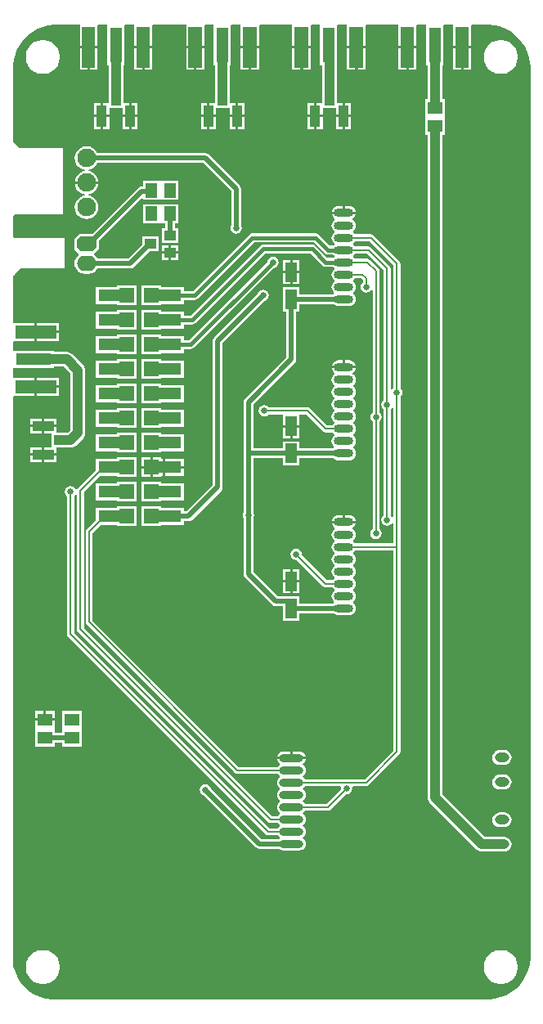
<source format=gbl>
G04*
G04 #@! TF.GenerationSoftware,Altium Limited,Altium Designer,20.1.7 (139)*
G04*
G04 Layer_Physical_Order=2*
G04 Layer_Color=16711680*
%FSLAX25Y25*%
%MOIN*%
G70*
G04*
G04 #@! TF.SameCoordinates,B477E5EB-4298-4D0D-9682-CB7A6047EE2C*
G04*
G04*
G04 #@! TF.FilePolarity,Positive*
G04*
G01*
G75*
%ADD10C,0.00787*%
%ADD24R,0.16535X0.05315*%
%ADD25R,0.05000X0.14173*%
%ADD26R,0.05315X0.16535*%
%ADD27R,0.03937X0.04134*%
%ADD28R,0.04134X0.08661*%
%ADD29R,0.14173X0.05000*%
%ADD30C,0.01968*%
%ADD31C,0.01500*%
%ADD32C,0.03937*%
%ADD33C,0.07600*%
G04:AMPARAMS|DCode=34|XSize=78.74mil|YSize=62.99mil|CornerRadius=0mil|HoleSize=0mil|Usage=FLASHONLY|Rotation=0.000|XOffset=0mil|YOffset=0mil|HoleType=Round|Shape=Octagon|*
%AMOCTAGOND34*
4,1,8,0.03937,-0.01575,0.03937,0.01575,0.02362,0.03150,-0.02362,0.03150,-0.03937,0.01575,-0.03937,-0.01575,-0.02362,-0.03150,0.02362,-0.03150,0.03937,-0.01575,0.0*
%
%ADD34OCTAGOND34*%

%ADD35O,0.07874X0.06299*%
%ADD36R,0.05906X0.05906*%
%ADD37C,0.02500*%
%ADD38R,0.04134X0.03937*%
%ADD39R,0.08661X0.04134*%
%ADD40R,0.05906X0.05118*%
%ADD41R,0.04500X0.04000*%
%ADD42R,0.05118X0.05906*%
%ADD43R,0.14488X0.05000*%
%ADD44R,0.04720X0.07870*%
%ADD45O,0.05843X0.03937*%
%ADD46O,0.09843X0.03150*%
%ADD47O,0.07874X0.03543*%
G36*
X681729Y537002D02*
X682221Y536980D01*
X682221Y536502D01*
Y528213D01*
X685878D01*
X689535D01*
Y536502D01*
X690027Y537002D01*
X693295D01*
X693500Y536587D01*
X693500Y536502D01*
Y520413D01*
X694006D01*
Y506000D01*
X694031Y505805D01*
Y505031D01*
X691686D01*
Y500200D01*
X694253D01*
Y502933D01*
X699733D01*
Y500200D01*
X702300D01*
Y505031D01*
X699968D01*
Y505805D01*
X699994Y506000D01*
Y520413D01*
X700500D01*
Y536502D01*
X700705Y537002D01*
X703973Y537002D01*
X704465Y536980D01*
X704465Y536502D01*
Y528213D01*
X708122D01*
X708122D01*
X711779D01*
Y536502D01*
X712271Y537002D01*
X725063Y537002D01*
X725554Y536980D01*
X725554Y536502D01*
Y528213D01*
X729211D01*
Y527713D01*
X729378D01*
Y528213D01*
X733035D01*
Y536502D01*
X733527Y537002D01*
X736628D01*
X736833Y536587D01*
X736833Y536502D01*
Y520413D01*
X737506D01*
Y506000D01*
X737532Y505805D01*
Y505031D01*
X735186D01*
Y500200D01*
X737753D01*
Y502933D01*
X743233D01*
Y500200D01*
X745800D01*
Y505031D01*
X743469D01*
Y505805D01*
X743494Y506000D01*
Y520413D01*
X743833D01*
Y536502D01*
X744038Y537002D01*
X747307D01*
X747798Y536980D01*
X747798Y536502D01*
Y528213D01*
X751455D01*
Y527713D01*
X751622D01*
X751622D01*
Y528213D01*
X755279D01*
Y536502D01*
X755771Y537002D01*
X768396Y537002D01*
X768887Y536980D01*
X768887Y536502D01*
Y528213D01*
X772545D01*
Y527713D01*
X772878D01*
Y528213D01*
X776535D01*
Y536502D01*
X777027Y537002D01*
X779961D01*
X780167Y536587D01*
X780167Y536502D01*
Y520413D01*
X781006D01*
Y506000D01*
X781032Y505805D01*
Y505031D01*
X778686D01*
Y500200D01*
X781253D01*
Y502933D01*
X786733D01*
Y500200D01*
X789300D01*
Y505031D01*
X786969D01*
Y505805D01*
X786994Y506000D01*
Y520413D01*
X787167D01*
Y536502D01*
X787372Y537002D01*
X790640D01*
X791131Y536980D01*
X791131Y536502D01*
Y528213D01*
X794789D01*
Y527713D01*
X795122D01*
X795122D01*
Y528213D01*
X798779D01*
Y536502D01*
X799271Y537002D01*
X811729Y537002D01*
X812220Y536980D01*
X812220Y536502D01*
Y528213D01*
X815878D01*
X819535D01*
Y536502D01*
X820027Y537002D01*
X823295D01*
X823500Y536587D01*
X823500Y536502D01*
Y520413D01*
X824006D01*
Y506559D01*
X823047D01*
Y499579D01*
X823047Y499441D01*
Y499079D01*
X823047Y498941D01*
Y491961D01*
X824006D01*
Y222000D01*
X824108Y221225D01*
X824407Y220503D01*
X824883Y219883D01*
X844099Y200666D01*
X844720Y200190D01*
X845442Y199891D01*
X846216Y199789D01*
X855280D01*
X856054Y199891D01*
X856777Y200190D01*
X857397Y200666D01*
X857872Y201286D01*
X858172Y202009D01*
X858274Y202783D01*
X858172Y203558D01*
X857872Y204280D01*
X857397Y204901D01*
X856777Y205376D01*
X856054Y205676D01*
X855280Y205778D01*
X847457D01*
X829994Y223240D01*
Y491961D01*
X830953D01*
Y498941D01*
X830953Y499079D01*
Y499441D01*
X830953Y499579D01*
Y506559D01*
X829994D01*
Y520413D01*
X830500D01*
Y536502D01*
X830705Y537002D01*
X833973D01*
X834465Y536980D01*
X834465Y536502D01*
Y528213D01*
X838122D01*
X838122D01*
X841780D01*
Y536502D01*
X842271Y537002D01*
X847500Y537002D01*
X848001Y537002D01*
X848002Y537002D01*
X848003Y537002D01*
X848005Y537002D01*
X848501Y537001D01*
X849130Y537001D01*
X851362Y536720D01*
X853543Y536164D01*
X855637Y535340D01*
X857612Y534262D01*
X859437Y532947D01*
X861085Y531414D01*
X862529Y529688D01*
X863746Y527796D01*
X864719Y525767D01*
X865431Y523633D01*
X865873Y521426D01*
X865954Y520304D01*
X865954D01*
X865966Y520267D01*
X865984Y520192D01*
X865996Y520116D01*
X866002Y520039D01*
Y520000D01*
X866002Y158042D01*
X866002Y157542D01*
X866001Y157087D01*
X866000Y156344D01*
X865690Y154007D01*
X865078Y151730D01*
X864174Y149552D01*
X862994Y147511D01*
X861558Y145642D01*
X859890Y143975D01*
X858020Y142541D01*
X855978Y141362D01*
X853800Y140460D01*
X851523Y139850D01*
X849185Y139541D01*
X848007Y139541D01*
X848004Y139541D01*
X671873D01*
X671795Y139547D01*
X671718Y139559D01*
X671642Y139577D01*
X671605Y139589D01*
X670671Y139606D01*
X668818Y139845D01*
X667003Y140287D01*
X665247Y140927D01*
X663573Y141756D01*
X661999Y142764D01*
X660547Y143939D01*
X659233Y145267D01*
X658073Y146732D01*
X657081Y148316D01*
X656270Y149999D01*
X655649Y151761D01*
X655438Y152671D01*
X655438Y152671D01*
X655438Y152671D01*
X655112Y153037D01*
X655058Y153139D01*
X654998Y153377D01*
Y153500D01*
X654998Y385229D01*
X655499Y385720D01*
X663787D01*
Y389378D01*
Y393035D01*
X655499D01*
X655020Y393035D01*
X654998Y393527D01*
Y396795D01*
X655499Y397000D01*
X671587D01*
Y397506D01*
X675760D01*
X678506Y394760D01*
Y371740D01*
X677253Y370487D01*
X673650D01*
X673455Y370461D01*
X672681D01*
Y372807D01*
X667850D01*
Y370240D01*
X670583D01*
Y364760D01*
X667850D01*
Y362193D01*
X672681D01*
Y364524D01*
X673455D01*
X673650Y364499D01*
X678493D01*
X679268Y364601D01*
X679990Y364900D01*
X680610Y365376D01*
X683617Y368383D01*
X684093Y369003D01*
X684392Y369725D01*
X684494Y370500D01*
Y396000D01*
X684392Y396775D01*
X684217Y397198D01*
X684093Y397497D01*
X683617Y398117D01*
X679117Y402617D01*
X678497Y403093D01*
X677775Y403392D01*
X677000Y403494D01*
X676750Y403461D01*
X676500Y403494D01*
X671587D01*
Y404000D01*
X655499D01*
X655413Y404000D01*
X654998Y404205D01*
X654998Y407473D01*
X655499Y407965D01*
X663787D01*
Y411622D01*
Y415279D01*
X655499D01*
X655020Y415279D01*
X654998Y415771D01*
Y433628D01*
X654998Y433795D01*
X655054Y434215D01*
X655069Y434265D01*
X655113Y434370D01*
X655218Y434569D01*
X655348Y434763D01*
X655289Y434704D01*
X655262Y434653D01*
X655283Y434693D01*
X655289Y434704D01*
X655627Y435043D01*
X657862Y437278D01*
X658026Y437388D01*
X658208Y437463D01*
X658401Y437501D01*
X675998D01*
Y449999D01*
X655801D01*
X655433Y450151D01*
X655151Y450433D01*
X654998Y450801D01*
Y458699D01*
X655151Y459067D01*
X655433Y459349D01*
X655801Y459502D01*
X675498D01*
Y486498D01*
X657901D01*
X657708Y486537D01*
X657526Y486613D01*
X657362Y486722D01*
X655222Y488862D01*
X655113Y489026D01*
X655037Y489208D01*
X654998Y489401D01*
Y519000D01*
Y520179D01*
X655306Y522517D01*
X655916Y524795D01*
X656818Y526973D01*
X657996Y529016D01*
X659431Y530888D01*
X661097Y532556D01*
X662967Y533993D01*
X665008Y535173D01*
X667186Y536077D01*
X669463Y536690D01*
X671800Y537000D01*
X672979Y537002D01*
X672982Y537002D01*
X672987Y537002D01*
X672992Y537002D01*
X672997Y537002D01*
X673000D01*
X681729Y537002D01*
D02*
G37*
%LPC*%
G36*
X841780Y527213D02*
X838622D01*
Y518445D01*
X841780D01*
Y527213D01*
D02*
G37*
G36*
X837622D02*
X834465D01*
Y518445D01*
X837622D01*
Y527213D01*
D02*
G37*
G36*
X819535D02*
X816378D01*
Y518445D01*
X819535D01*
Y527213D01*
D02*
G37*
G36*
X815378D02*
X812220D01*
Y518445D01*
X815378D01*
Y527213D01*
D02*
G37*
G36*
X798779D02*
X795622D01*
Y518445D01*
X798779D01*
Y527213D01*
D02*
G37*
G36*
X794289D02*
X791131D01*
Y518445D01*
X794289D01*
Y527213D01*
D02*
G37*
G36*
X776535D02*
X773378D01*
Y518445D01*
X776535D01*
Y527213D01*
D02*
G37*
G36*
X772045D02*
X768887D01*
Y518445D01*
X772045D01*
Y527213D01*
D02*
G37*
G36*
X755279D02*
X752122D01*
Y518445D01*
X755279D01*
Y527213D01*
D02*
G37*
G36*
X750955D02*
X747798D01*
Y518445D01*
X750955D01*
Y527213D01*
D02*
G37*
G36*
X733035D02*
X729878D01*
Y518445D01*
X733035D01*
Y527213D01*
D02*
G37*
G36*
X728711D02*
X725554D01*
Y518445D01*
X728711D01*
Y527213D01*
D02*
G37*
G36*
X711779D02*
X708622D01*
Y518445D01*
X711779D01*
Y527213D01*
D02*
G37*
G36*
X707622D02*
X704465D01*
Y518445D01*
X707622D01*
Y527213D01*
D02*
G37*
G36*
X689535D02*
X686378D01*
Y518445D01*
X689535D01*
Y527213D01*
D02*
G37*
G36*
X685378D02*
X682221D01*
Y518445D01*
X685378D01*
Y527213D01*
D02*
G37*
G36*
X667734Y530633D02*
X666571D01*
X666472Y530614D01*
X666371D01*
X665231Y530386D01*
X665138Y530348D01*
X665039Y530329D01*
X663965Y529883D01*
X663881Y529828D01*
X663788Y529789D01*
X662821Y529143D01*
X662750Y529072D01*
X662667Y529016D01*
X661844Y528194D01*
X661788Y528110D01*
X661717Y528039D01*
X661071Y527072D01*
X661032Y526979D01*
X660977Y526896D01*
X660532Y525821D01*
X660512Y525722D01*
X660473Y525630D01*
X660247Y524488D01*
Y524388D01*
X660227Y524290D01*
Y523126D01*
X660247Y523028D01*
Y522927D01*
X660473Y521786D01*
X660512Y521694D01*
X660532Y521595D01*
X660977Y520520D01*
X661032Y520437D01*
X661071Y520344D01*
X661717Y519377D01*
X661788Y519306D01*
X661844Y519222D01*
X662667Y518400D01*
X662750Y518344D01*
X662821Y518273D01*
X663788Y517627D01*
X663881Y517588D01*
X663965Y517533D01*
X665039Y517087D01*
X665138Y517068D01*
X665231Y517029D01*
X666372Y516803D01*
X666472D01*
X666571Y516783D01*
X667734D01*
X667832Y516803D01*
X667933D01*
X669074Y517029D01*
X669166Y517068D01*
X669265Y517087D01*
X670340Y517533D01*
X670423Y517588D01*
X670516Y517627D01*
X671483Y518273D01*
X671554Y518344D01*
X671638Y518400D01*
X672460Y519222D01*
X672516Y519306D01*
X672587Y519377D01*
X673233Y520344D01*
X673272Y520437D01*
X673327Y520520D01*
X673773Y521595D01*
X673792Y521694D01*
X673831Y521786D01*
X674058Y522927D01*
Y523028D01*
X674077Y523126D01*
Y524290D01*
X674058Y524388D01*
Y524488D01*
X673831Y525630D01*
X673792Y525722D01*
X673773Y525821D01*
X673327Y526896D01*
X673272Y526979D01*
X673233Y527072D01*
X672587Y528039D01*
X672516Y528110D01*
X672460Y528194D01*
X671638Y529016D01*
X671554Y529072D01*
X671483Y529143D01*
X670516Y529789D01*
X670423Y529828D01*
X670340Y529883D01*
X669265Y530329D01*
X669166Y530348D01*
X669074Y530386D01*
X667933Y530614D01*
X667832D01*
X667734Y530633D01*
D02*
G37*
G36*
X854430Y530633D02*
X853266D01*
X853168Y530614D01*
X853067D01*
X851926Y530386D01*
X851834Y530348D01*
X851735Y530329D01*
X850660Y529883D01*
X850577Y529827D01*
X850484Y529789D01*
X849517Y529143D01*
X849446Y529072D01*
X849362Y529016D01*
X848540Y528194D01*
X848484Y528110D01*
X848413Y528039D01*
X847767Y527072D01*
X847728Y526979D01*
X847672Y526895D01*
X847227Y525821D01*
X847208Y525722D01*
X847169Y525629D01*
X846942Y524488D01*
Y524388D01*
X846923Y524290D01*
Y523126D01*
X846942Y523028D01*
Y522927D01*
X847169Y521786D01*
X847208Y521694D01*
X847227Y521595D01*
X847672Y520520D01*
X847728Y520437D01*
X847767Y520344D01*
X848413Y519377D01*
X848484Y519306D01*
X848540Y519222D01*
X849362Y518400D01*
X849446Y518344D01*
X849517Y518273D01*
X850484Y517627D01*
X850577Y517588D01*
X850660Y517533D01*
X851735Y517087D01*
X851834Y517068D01*
X851926Y517029D01*
X853067Y516803D01*
X853168D01*
X853266Y516783D01*
X854430D01*
X854528Y516803D01*
X854628D01*
X855769Y517029D01*
X855862Y517068D01*
X855961Y517087D01*
X857035Y517533D01*
X857119Y517588D01*
X857212Y517627D01*
X858179Y518273D01*
X858250Y518344D01*
X858333Y518400D01*
X859156Y519222D01*
X859212Y519306D01*
X859283Y519377D01*
X859929Y520344D01*
X859968Y520437D01*
X860023Y520520D01*
X860468Y521595D01*
X860488Y521694D01*
X860526Y521786D01*
X860753Y522927D01*
Y523028D01*
X860773Y523126D01*
Y524290D01*
X860753Y524388D01*
Y524488D01*
X860526Y525630D01*
X860488Y525722D01*
X860468Y525821D01*
X860023Y526895D01*
X859968Y526979D01*
X859929Y527072D01*
X859283Y528039D01*
X859212Y528110D01*
X859156Y528194D01*
X858333Y529016D01*
X858250Y529072D01*
X858179Y529143D01*
X857212Y529789D01*
X857119Y529827D01*
X857035Y529883D01*
X855961Y530329D01*
X855862Y530348D01*
X855769Y530386D01*
X854628Y530614D01*
X854528D01*
X854430Y530633D01*
D02*
G37*
G36*
X792867Y505031D02*
X790300D01*
Y500200D01*
X792867D01*
Y505031D01*
D02*
G37*
G36*
X777686D02*
X775119D01*
Y500200D01*
X777686D01*
Y505031D01*
D02*
G37*
G36*
X749367D02*
X746800D01*
Y500200D01*
X749367D01*
Y505031D01*
D02*
G37*
G36*
X734186D02*
X731619D01*
Y500200D01*
X734186D01*
Y505031D01*
D02*
G37*
G36*
X705867D02*
X703300D01*
Y500200D01*
X705867D01*
Y505031D01*
D02*
G37*
G36*
X690686D02*
X688119D01*
Y500200D01*
X690686D01*
Y505031D01*
D02*
G37*
G36*
X792867Y499200D02*
X790300D01*
Y494369D01*
X792867D01*
Y499200D01*
D02*
G37*
G36*
X789300D02*
X786733D01*
Y494369D01*
X789300D01*
Y499200D01*
D02*
G37*
G36*
X781253D02*
X778686D01*
Y494369D01*
X781253D01*
Y499200D01*
D02*
G37*
G36*
X777686D02*
X775119D01*
Y494369D01*
X777686D01*
Y499200D01*
D02*
G37*
G36*
X749367D02*
X746800D01*
Y494369D01*
X749367D01*
Y499200D01*
D02*
G37*
G36*
X745800D02*
X743233D01*
Y494369D01*
X745800D01*
Y499200D01*
D02*
G37*
G36*
X737753D02*
X735186D01*
Y494369D01*
X737753D01*
Y499200D01*
D02*
G37*
G36*
X734186D02*
X731619D01*
Y494369D01*
X734186D01*
Y499200D01*
D02*
G37*
G36*
X705867D02*
X703300D01*
Y494369D01*
X705867D01*
Y499200D01*
D02*
G37*
G36*
X702300D02*
X699733D01*
Y494369D01*
X702300D01*
Y499200D01*
D02*
G37*
G36*
X694253D02*
X691686D01*
Y494369D01*
X694253D01*
Y499200D01*
D02*
G37*
G36*
X690686D02*
X688119D01*
Y494369D01*
X690686D01*
Y499200D01*
D02*
G37*
G36*
X715421Y473370D02*
X715059D01*
X714921Y473370D01*
X707941D01*
Y471023D01*
X707500D01*
X706726Y470869D01*
X706069Y470431D01*
X687225Y451587D01*
X682089D01*
X680014Y449512D01*
Y445362D01*
X681823Y443553D01*
X681802Y442906D01*
X681302Y442522D01*
X680637Y441656D01*
X680219Y440646D01*
X680076Y439563D01*
X680219Y438480D01*
X680637Y437470D01*
X681302Y436603D01*
X682169Y435938D01*
X683179Y435520D01*
X684262Y435378D01*
X685837D01*
X686920Y435520D01*
X687929Y435938D01*
X688796Y436603D01*
X689461Y437470D01*
X689464Y437477D01*
X702793D01*
X703568Y437631D01*
X704224Y438069D01*
X710591Y444437D01*
X714230D01*
Y450437D01*
X707730D01*
Y447298D01*
X701955Y441523D01*
X689516D01*
X689461Y441656D01*
X688796Y442522D01*
X688207Y442975D01*
X688137Y443601D01*
X688148Y443622D01*
X689888Y445362D01*
Y448527D01*
X707479Y466118D01*
X707941Y465927D01*
Y465465D01*
X714921D01*
X715059Y465465D01*
X715421D01*
X715559Y465465D01*
X722539D01*
Y473370D01*
X715559D01*
X715421Y473370D01*
D02*
G37*
G36*
X791976Y463012D02*
X790311D01*
Y460717D01*
X794706D01*
X794677Y460940D01*
X794397Y461614D01*
X793953Y462193D01*
X793374Y462638D01*
X792700Y462917D01*
X791976Y463012D01*
D02*
G37*
G36*
X789311D02*
X787646D01*
X786922Y462917D01*
X786248Y462638D01*
X785669Y462193D01*
X785225Y461614D01*
X784945Y460940D01*
X784916Y460717D01*
X789311D01*
Y463012D01*
D02*
G37*
G36*
X689776Y472000D02*
X680224D01*
X680324Y471247D01*
X680807Y470079D01*
X681577Y469077D01*
X682579Y468307D01*
X683747Y467824D01*
X684289Y467752D01*
Y467248D01*
X683747Y467176D01*
X682579Y466693D01*
X681577Y465923D01*
X680807Y464921D01*
X680324Y463753D01*
X680159Y462500D01*
X680324Y461247D01*
X680807Y460079D01*
X681577Y459077D01*
X682579Y458307D01*
X683747Y457824D01*
X685000Y457659D01*
X686253Y457824D01*
X687421Y458307D01*
X688423Y459077D01*
X689193Y460079D01*
X689677Y461247D01*
X689841Y462500D01*
X689677Y463753D01*
X689193Y464921D01*
X688423Y465923D01*
X687421Y466693D01*
X686253Y467176D01*
X685711Y467248D01*
Y467752D01*
X686253Y467824D01*
X687421Y468307D01*
X688423Y469077D01*
X689193Y470079D01*
X689677Y471247D01*
X689776Y472000D01*
D02*
G37*
G36*
X685000Y487341D02*
X683747Y487177D01*
X682579Y486693D01*
X681577Y485923D01*
X680807Y484921D01*
X680324Y483753D01*
X680159Y482500D01*
X680324Y481247D01*
X680807Y480079D01*
X681577Y479077D01*
X682579Y478307D01*
X683747Y477823D01*
X684289Y477752D01*
Y477248D01*
X683747Y477177D01*
X682579Y476693D01*
X681577Y475923D01*
X680807Y474921D01*
X680324Y473753D01*
X680224Y473000D01*
X689776D01*
X689677Y473753D01*
X689193Y474921D01*
X688423Y475923D01*
X687421Y476693D01*
X686253Y477177D01*
X685711Y477248D01*
Y477752D01*
X686253Y477823D01*
X687421Y478307D01*
X688423Y479077D01*
X689193Y480079D01*
X689358Y480477D01*
X732662D01*
X743977Y469162D01*
Y455022D01*
X743881Y454878D01*
X743706Y454000D01*
X743881Y453122D01*
X744378Y452378D01*
X745122Y451881D01*
X746000Y451706D01*
X746878Y451881D01*
X747622Y452378D01*
X748119Y453122D01*
X748294Y454000D01*
X748119Y454878D01*
X748023Y455022D01*
Y470000D01*
X747869Y470774D01*
X747431Y471431D01*
X734931Y483931D01*
X734274Y484369D01*
X733500Y484523D01*
X689358D01*
X689193Y484921D01*
X688423Y485923D01*
X687421Y486693D01*
X686253Y487177D01*
X685000Y487341D01*
D02*
G37*
G36*
X715421Y463764D02*
X715059D01*
X714921Y463764D01*
X707941D01*
Y455858D01*
X714921D01*
X715059Y455858D01*
X715421D01*
X715559Y455858D01*
X716957D01*
Y453937D01*
X715730D01*
Y447937D01*
X722230D01*
Y453937D01*
X721003D01*
Y455858D01*
X722539D01*
Y463764D01*
X715559D01*
X715421Y463764D01*
D02*
G37*
G36*
X794706Y459717D02*
X789811D01*
X784916D01*
X784945Y459493D01*
X785225Y458819D01*
X785669Y458240D01*
X786090Y457917D01*
X786129Y457800D01*
Y457436D01*
X786090Y457320D01*
X785669Y456996D01*
X785225Y456418D01*
X784945Y455743D01*
X784850Y455020D01*
X784945Y454296D01*
X785225Y453622D01*
X785669Y453043D01*
X785940Y452835D01*
Y452205D01*
X785669Y451997D01*
X785225Y451417D01*
X784945Y450743D01*
X784850Y450020D01*
X784945Y449296D01*
X785225Y448622D01*
X785669Y448043D01*
X785940Y447835D01*
Y447205D01*
X785669Y446996D01*
X785521Y446804D01*
X784219D01*
X779762Y451262D01*
X779183Y451649D01*
X778500Y451784D01*
X752500D01*
X752500Y451784D01*
X751817Y451649D01*
X751238Y451262D01*
X728261Y428284D01*
X724732D01*
Y430000D01*
X715453D01*
Y430453D01*
X707547D01*
Y422547D01*
X715453D01*
Y423000D01*
X724732D01*
Y424716D01*
X729000D01*
X729683Y424852D01*
X730262Y425238D01*
X753239Y448216D01*
X777761D01*
X782219Y443758D01*
X782797Y443371D01*
X783480Y443235D01*
X785521D01*
X785669Y443043D01*
X785940Y442835D01*
Y442205D01*
X785669Y441996D01*
X785521Y441804D01*
X783219D01*
X778262Y446762D01*
X777683Y447149D01*
X777000Y447284D01*
X757000D01*
X756317Y447149D01*
X755738Y446762D01*
X755738Y446762D01*
X727261Y418284D01*
X724732D01*
Y420000D01*
X715453D01*
Y420453D01*
X707547D01*
Y412547D01*
X715453D01*
Y413000D01*
X724732D01*
Y414716D01*
X728000D01*
X728683Y414852D01*
X729262Y415238D01*
X757739Y443716D01*
X776261D01*
X781219Y438758D01*
X781798Y438371D01*
X782480Y438235D01*
X782480Y438235D01*
X785521D01*
X785669Y438043D01*
X785940Y437835D01*
Y437205D01*
X785669Y436997D01*
X785225Y436417D01*
X784945Y435743D01*
X784850Y435020D01*
X784945Y434296D01*
X785225Y433622D01*
X785669Y433043D01*
X785940Y432835D01*
Y432205D01*
X785669Y431996D01*
X785225Y431418D01*
X784945Y430743D01*
X784850Y430020D01*
X784945Y429296D01*
X785225Y428622D01*
X785669Y428043D01*
X785840Y427912D01*
X785859Y427378D01*
X785507Y427043D01*
X771860D01*
Y429955D01*
X765140D01*
Y420085D01*
X766477D01*
Y401338D01*
X749569Y384431D01*
X749131Y383774D01*
X748977Y383000D01*
Y361500D01*
Y338022D01*
X748881Y337878D01*
X748706Y337000D01*
X748881Y336122D01*
X748977Y335978D01*
Y313000D01*
X749131Y312226D01*
X749569Y311569D01*
X760599Y300540D01*
X761255Y300101D01*
X762030Y299947D01*
X765140D01*
Y294085D01*
X771860D01*
Y296997D01*
X785729D01*
X786248Y296599D01*
X786922Y296319D01*
X787646Y296224D01*
X791976D01*
X792700Y296319D01*
X793374Y296599D01*
X793953Y297043D01*
X794397Y297622D01*
X794677Y298296D01*
X794772Y299020D01*
X794677Y299743D01*
X794397Y300417D01*
X793953Y300996D01*
X793682Y301205D01*
Y301835D01*
X793953Y302043D01*
X794397Y302622D01*
X794677Y303296D01*
X794772Y304020D01*
X794677Y304743D01*
X794397Y305417D01*
X793953Y305996D01*
X793682Y306205D01*
Y306835D01*
X793953Y307043D01*
X794397Y307622D01*
X794677Y308296D01*
X794772Y309020D01*
X794677Y309743D01*
X794397Y310418D01*
X793953Y310997D01*
X793682Y311205D01*
Y311835D01*
X793953Y312043D01*
X794397Y312622D01*
X794677Y313296D01*
X794772Y314020D01*
X794677Y314743D01*
X794397Y315418D01*
X793953Y315997D01*
X793682Y316205D01*
Y316835D01*
X793953Y317043D01*
X794397Y317622D01*
X794677Y318296D01*
X794772Y319020D01*
X794677Y319743D01*
X794397Y320417D01*
X793953Y320996D01*
X793682Y321205D01*
Y321835D01*
X793953Y322043D01*
X794380Y322599D01*
X810079D01*
Y241089D01*
X798392Y229401D01*
X774002D01*
X773683Y229817D01*
X773178Y230204D01*
X773143Y230472D01*
Y230488D01*
X773178Y230757D01*
X773683Y231144D01*
X774096Y231682D01*
X774355Y232308D01*
X774443Y232980D01*
X774355Y233652D01*
X774096Y234279D01*
X773683Y234817D01*
X773178Y235204D01*
X773143Y235472D01*
Y235488D01*
X773178Y235757D01*
X773683Y236144D01*
X774096Y236682D01*
X774355Y237308D01*
X774378Y237480D01*
X768500D01*
X762622D01*
X762645Y237308D01*
X762904Y236682D01*
X763317Y236144D01*
X763822Y235757D01*
X763857Y235488D01*
Y235472D01*
X763822Y235204D01*
X763317Y234817D01*
X762998Y234401D01*
X747108D01*
X687421Y294089D01*
Y329656D01*
X690765Y333000D01*
X697547D01*
Y332547D01*
X705453D01*
Y340453D01*
X697547D01*
Y340000D01*
X688756D01*
Y335010D01*
X684995Y331249D01*
X684687Y330788D01*
X684579Y330244D01*
Y293500D01*
X684687Y292956D01*
X684995Y292495D01*
X745515Y231976D01*
X745976Y231667D01*
X746520Y231559D01*
X762998D01*
X763317Y231144D01*
X763822Y230757D01*
X763857Y230488D01*
Y230472D01*
X763822Y230204D01*
X763317Y229817D01*
X762904Y229279D01*
X762645Y228653D01*
X762557Y227980D01*
X762645Y227308D01*
X762904Y226682D01*
X763317Y226144D01*
X763822Y225757D01*
X763857Y225488D01*
Y225472D01*
X763822Y225204D01*
X763317Y224817D01*
X762904Y224279D01*
X762645Y223653D01*
X762557Y222980D01*
X762645Y222308D01*
X762904Y221682D01*
X763317Y221144D01*
X763822Y220757D01*
X763857Y220488D01*
Y220472D01*
X763822Y220204D01*
X763317Y219817D01*
X762904Y219279D01*
X762645Y218653D01*
X762557Y217980D01*
X762645Y217308D01*
X762904Y216682D01*
X763317Y216144D01*
X763822Y215757D01*
X763857Y215488D01*
Y215472D01*
X763822Y215204D01*
X763317Y214817D01*
X762998Y214401D01*
X760608D01*
X683921Y291089D01*
Y346411D01*
X690510Y353000D01*
X697547D01*
Y352547D01*
X705453D01*
Y360453D01*
X697547D01*
Y360000D01*
X688756D01*
Y355265D01*
X681495Y348005D01*
X681187Y347544D01*
X681142Y347315D01*
X680632D01*
X680619Y347378D01*
X680122Y348122D01*
X679378Y348620D01*
X678500Y348794D01*
X677622Y348620D01*
X676878Y348122D01*
X676381Y347378D01*
X676206Y346500D01*
X676381Y345622D01*
X676878Y344878D01*
X677079Y344743D01*
Y288500D01*
X677187Y287956D01*
X677495Y287495D01*
X758015Y206976D01*
X758476Y206667D01*
X759020Y206559D01*
X762998D01*
X763317Y206144D01*
X763822Y205757D01*
X763857Y205488D01*
Y205472D01*
X763822Y205204D01*
X763560Y205003D01*
X756358D01*
X735653Y225708D01*
X735619Y225878D01*
X735122Y226622D01*
X734378Y227119D01*
X733500Y227294D01*
X732622Y227119D01*
X731878Y226622D01*
X731381Y225878D01*
X731206Y225000D01*
X731381Y224122D01*
X731878Y223378D01*
X732622Y222881D01*
X732792Y222847D01*
X754089Y201550D01*
X754745Y201111D01*
X755520Y200957D01*
X763560D01*
X763855Y200731D01*
X764481Y200472D01*
X765154Y200383D01*
X771846D01*
X772519Y200472D01*
X773145Y200731D01*
X773683Y201144D01*
X774096Y201682D01*
X774355Y202308D01*
X774443Y202980D01*
X774355Y203653D01*
X774096Y204279D01*
X773683Y204817D01*
X773178Y205204D01*
X773143Y205472D01*
Y205488D01*
X773178Y205757D01*
X773683Y206144D01*
X774096Y206682D01*
X774355Y207308D01*
X774443Y207980D01*
X774355Y208652D01*
X774096Y209279D01*
X773683Y209817D01*
X773178Y210204D01*
X773143Y210472D01*
Y210488D01*
X773178Y210757D01*
X773683Y211144D01*
X774096Y211682D01*
X774355Y212308D01*
X774443Y212980D01*
X774355Y213652D01*
X774096Y214279D01*
X773683Y214817D01*
X773178Y215204D01*
X773143Y215472D01*
Y215488D01*
X773178Y215757D01*
X773683Y216144D01*
X774002Y216559D01*
X783480D01*
X784024Y216668D01*
X784485Y216975D01*
X790763Y223253D01*
X791000Y223206D01*
X791878Y223380D01*
X792622Y223878D01*
X793119Y224622D01*
X793294Y225500D01*
X793183Y226059D01*
X793554Y226559D01*
X798980D01*
X799524Y226667D01*
X799985Y226975D01*
X812505Y239495D01*
X812813Y239956D01*
X812921Y240500D01*
Y324020D01*
Y385243D01*
X813122Y385378D01*
X813619Y386122D01*
X813794Y387000D01*
X813619Y387878D01*
X813122Y388622D01*
X812921Y388757D01*
Y439500D01*
X812813Y440044D01*
X812505Y440505D01*
X801985Y451024D01*
X801524Y451333D01*
X800980Y451441D01*
X794380D01*
X793953Y451997D01*
X793682Y452205D01*
Y452835D01*
X793953Y453043D01*
X794397Y453622D01*
X794677Y454296D01*
X794772Y455020D01*
X794677Y455743D01*
X794397Y456418D01*
X793953Y456996D01*
X793532Y457320D01*
X793493Y457436D01*
Y457800D01*
X793532Y457917D01*
X793953Y458240D01*
X794397Y458819D01*
X794677Y459493D01*
X794706Y459717D01*
D02*
G37*
G36*
X722230Y446937D02*
X719480D01*
Y444437D01*
X722230D01*
Y446937D01*
D02*
G37*
G36*
X718480D02*
X715730D01*
Y444437D01*
X718480D01*
Y446937D01*
D02*
G37*
G36*
X722230Y443437D02*
X719480D01*
Y440937D01*
X722230D01*
Y443437D01*
D02*
G37*
G36*
X718480D02*
X715730D01*
Y440937D01*
X718480D01*
Y443437D01*
D02*
G37*
G36*
X771860Y440977D02*
X769000D01*
Y436542D01*
X771860D01*
Y440977D01*
D02*
G37*
G36*
X768000D02*
X765140D01*
Y436542D01*
X768000D01*
Y440977D01*
D02*
G37*
G36*
X771860Y435542D02*
X769000D01*
Y431107D01*
X771860D01*
Y435542D01*
D02*
G37*
G36*
X768000D02*
X765140D01*
Y431107D01*
X768000D01*
Y435542D01*
D02*
G37*
G36*
X705453Y430453D02*
X697547D01*
Y430000D01*
X688756D01*
Y423000D01*
X697547D01*
Y422547D01*
X705453D01*
Y430453D01*
D02*
G37*
G36*
Y420453D02*
X697547D01*
Y420000D01*
X688756D01*
Y413000D01*
X697547D01*
Y412547D01*
X705453D01*
Y420453D01*
D02*
G37*
G36*
X664787Y415279D02*
Y412122D01*
X673555D01*
Y415279D01*
X664787D01*
D02*
G37*
G36*
X761000Y442294D02*
X760122Y442119D01*
X759378Y441622D01*
X758881Y440878D01*
X758763Y440286D01*
X726761Y408284D01*
X724732D01*
Y410000D01*
X715453D01*
Y410453D01*
X707547D01*
Y402547D01*
X715453D01*
Y403000D01*
X724732D01*
Y404716D01*
X727500D01*
X728183Y404851D01*
X728762Y405238D01*
X761286Y437763D01*
X761878Y437881D01*
X762622Y438378D01*
X763119Y439122D01*
X763294Y440000D01*
X763119Y440878D01*
X762622Y441622D01*
X761878Y442119D01*
X761000Y442294D01*
D02*
G37*
G36*
X673555Y411122D02*
X664787D01*
Y407965D01*
X673555D01*
Y411122D01*
D02*
G37*
G36*
X705453Y410453D02*
X697547D01*
Y410000D01*
X688756D01*
Y403000D01*
X697547D01*
Y402547D01*
X705453D01*
Y410453D01*
D02*
G37*
G36*
X715453Y400453D02*
X707547D01*
Y392547D01*
X715453D01*
Y393000D01*
X724732D01*
Y400000D01*
X715453D01*
Y400453D01*
D02*
G37*
G36*
X705453D02*
X697547D01*
Y400000D01*
X688756D01*
Y393000D01*
X697547D01*
Y392547D01*
X705453D01*
Y400453D01*
D02*
G37*
G36*
X664787Y393035D02*
Y389878D01*
X673555D01*
Y393035D01*
X664787D01*
D02*
G37*
G36*
X673555Y388878D02*
X664787D01*
Y385720D01*
X673555D01*
Y388878D01*
D02*
G37*
G36*
X715453Y390453D02*
X707547D01*
Y382547D01*
X715453D01*
Y383000D01*
X724732D01*
Y390000D01*
X715453D01*
Y390453D01*
D02*
G37*
G36*
X705453D02*
X697547D01*
Y390000D01*
X688756D01*
Y383000D01*
X697547D01*
Y382547D01*
X705453D01*
Y390453D01*
D02*
G37*
G36*
X672681Y376374D02*
X667850D01*
Y373807D01*
X672681D01*
Y376374D01*
D02*
G37*
G36*
X666850D02*
X662019D01*
Y373807D01*
X666850D01*
Y376374D01*
D02*
G37*
G36*
X715453Y380453D02*
X707547D01*
Y372547D01*
X715453D01*
Y373000D01*
X724732D01*
Y380000D01*
X715453D01*
Y380453D01*
D02*
G37*
G36*
X705453D02*
X697547D01*
Y380000D01*
X688756D01*
Y373000D01*
X697547D01*
Y372547D01*
X705453D01*
Y380453D01*
D02*
G37*
G36*
X666850Y372807D02*
X662019D01*
Y370240D01*
X666850D01*
Y372807D01*
D02*
G37*
G36*
X715453Y370453D02*
X707547D01*
Y362547D01*
X715453D01*
Y363000D01*
X724732D01*
Y370000D01*
X715453D01*
Y370453D01*
D02*
G37*
G36*
X705453D02*
X697547D01*
Y370000D01*
X688756D01*
Y363000D01*
X697547D01*
Y362547D01*
X705453D01*
Y370453D01*
D02*
G37*
G36*
X666850Y364760D02*
X662019D01*
Y362193D01*
X666850D01*
Y364760D01*
D02*
G37*
G36*
X672681Y361193D02*
X667850D01*
Y358626D01*
X672681D01*
Y361193D01*
D02*
G37*
G36*
X666850D02*
X662019D01*
Y358626D01*
X666850D01*
Y361193D01*
D02*
G37*
G36*
X724732Y360000D02*
X716988D01*
Y357000D01*
X724732D01*
Y360000D01*
D02*
G37*
G36*
X711000Y360453D02*
X707547D01*
Y357000D01*
X711000D01*
Y360453D01*
D02*
G37*
G36*
X724732Y356000D02*
X716988D01*
Y353000D01*
X724732D01*
Y356000D01*
D02*
G37*
G36*
X715453Y360453D02*
X712000D01*
Y356500D01*
Y352547D01*
X715453D01*
Y353000D01*
X715988D01*
Y356500D01*
Y360000D01*
X715453D01*
Y360453D01*
D02*
G37*
G36*
X711000Y356000D02*
X707547D01*
Y352547D01*
X711000D01*
Y356000D01*
D02*
G37*
G36*
X715453Y350453D02*
X707547D01*
Y342547D01*
X715453D01*
Y343000D01*
X724732D01*
Y350000D01*
X715453D01*
Y350453D01*
D02*
G37*
G36*
X705453D02*
X697547D01*
Y350000D01*
X688756D01*
Y343000D01*
X697547D01*
Y342547D01*
X705453D01*
Y350453D01*
D02*
G37*
G36*
X757000Y428794D02*
X756122Y428619D01*
X755378Y428122D01*
X754881Y427378D01*
X754847Y427208D01*
X737069Y409431D01*
X736631Y408774D01*
X736477Y408000D01*
Y349338D01*
X725662Y338523D01*
X724732D01*
Y340000D01*
X715453D01*
Y340453D01*
X707547D01*
Y332547D01*
X715453D01*
Y333000D01*
X724732D01*
Y334477D01*
X726500D01*
X727274Y334631D01*
X727931Y335069D01*
X739931Y347069D01*
X740369Y347726D01*
X740523Y348500D01*
Y407162D01*
X757708Y424347D01*
X757878Y424381D01*
X758622Y424878D01*
X759119Y425622D01*
X759294Y426500D01*
X759119Y427378D01*
X758622Y428122D01*
X757878Y428619D01*
X757000Y428794D01*
D02*
G37*
G36*
X671953Y257323D02*
X668500D01*
Y254264D01*
X671953D01*
Y257323D01*
D02*
G37*
G36*
X667500D02*
X664047D01*
Y254264D01*
X667500D01*
Y257323D01*
D02*
G37*
G36*
X682953D02*
X675047D01*
Y250342D01*
X675047Y250205D01*
Y249843D01*
X675047Y249705D01*
Y248307D01*
X671953D01*
Y249705D01*
X671953Y249843D01*
Y250205D01*
X671953Y250342D01*
Y253264D01*
X668000D01*
X664047D01*
Y250342D01*
X664047Y250205D01*
Y249843D01*
X664047Y249705D01*
Y242724D01*
X671953D01*
Y244260D01*
X675047D01*
Y242724D01*
X682953D01*
Y249705D01*
X682953Y249843D01*
Y250205D01*
X682953Y250342D01*
Y257323D01*
D02*
G37*
G36*
X771846Y240577D02*
X769000D01*
Y238480D01*
X774378D01*
X774355Y238652D01*
X774096Y239279D01*
X773683Y239817D01*
X773145Y240229D01*
X772519Y240489D01*
X771846Y240577D01*
D02*
G37*
G36*
X768000D02*
X765154D01*
X764481Y240489D01*
X763855Y240229D01*
X763317Y239817D01*
X762904Y239279D01*
X762645Y238652D01*
X762622Y238480D01*
X768000D01*
Y240577D01*
D02*
G37*
G36*
X855280Y241211D02*
X853374D01*
X852599Y241109D01*
X851877Y240809D01*
X851257Y240334D01*
X850781Y239714D01*
X850482Y238991D01*
X850380Y238216D01*
X850482Y237442D01*
X850781Y236719D01*
X851257Y236099D01*
X851877Y235624D01*
X852599Y235324D01*
X853374Y235222D01*
X855280D01*
X856054Y235324D01*
X856777Y235624D01*
X857397Y236099D01*
X857872Y236719D01*
X858172Y237442D01*
X858274Y238216D01*
X858172Y238991D01*
X857872Y239714D01*
X857397Y240334D01*
X856777Y240809D01*
X856054Y241109D01*
X855280Y241211D01*
D02*
G37*
G36*
Y231211D02*
X853374D01*
X852599Y231109D01*
X851877Y230809D01*
X851257Y230334D01*
X850781Y229714D01*
X850482Y228992D01*
X850380Y228217D01*
X850482Y227442D01*
X850781Y226719D01*
X851257Y226099D01*
X851877Y225623D01*
X852599Y225324D01*
X853374Y225222D01*
X855280D01*
X856054Y225324D01*
X856777Y225623D01*
X857397Y226099D01*
X857872Y226719D01*
X858172Y227442D01*
X858274Y228217D01*
X858172Y228992D01*
X857872Y229714D01*
X857397Y230334D01*
X856777Y230809D01*
X856054Y231109D01*
X855280Y231211D01*
D02*
G37*
G36*
X855280Y215778D02*
X853374D01*
X852599Y215676D01*
X851877Y215376D01*
X851257Y214901D01*
X850781Y214281D01*
X850482Y213558D01*
X850380Y212784D01*
X850482Y212009D01*
X850781Y211286D01*
X851257Y210666D01*
X851877Y210191D01*
X852599Y209891D01*
X853374Y209789D01*
X855280D01*
X856054Y209891D01*
X856777Y210191D01*
X857397Y210666D01*
X857872Y211286D01*
X858172Y212009D01*
X858274Y212784D01*
X858172Y213558D01*
X857872Y214281D01*
X857397Y214901D01*
X856777Y215376D01*
X856054Y215676D01*
X855280Y215778D01*
D02*
G37*
G36*
X854430Y159760D02*
X853266D01*
X853168Y159740D01*
X853067D01*
X851926Y159513D01*
X851834Y159475D01*
X851735Y159455D01*
X850660Y159010D01*
X850577Y158954D01*
X850484Y158916D01*
X849517Y158269D01*
X849446Y158198D01*
X849362Y158143D01*
X848540Y157320D01*
X848484Y157237D01*
X848413Y157166D01*
X847767Y156198D01*
X847728Y156105D01*
X847672Y156022D01*
X847227Y154947D01*
X847208Y154849D01*
X847169Y154756D01*
X846942Y153615D01*
Y153515D01*
X846923Y153416D01*
Y152253D01*
X846942Y152154D01*
Y152054D01*
X847169Y150913D01*
X847208Y150820D01*
X847227Y150722D01*
X847672Y149647D01*
X847728Y149564D01*
X847767Y149471D01*
X848413Y148503D01*
X848484Y148433D01*
X848540Y148349D01*
X849362Y147527D01*
X849446Y147471D01*
X849517Y147400D01*
X850484Y146753D01*
X850577Y146715D01*
X850660Y146659D01*
X851735Y146214D01*
X851834Y146194D01*
X851926Y146156D01*
X853067Y145929D01*
X853168D01*
X853266Y145909D01*
X854430D01*
X854528Y145929D01*
X854628D01*
X855769Y146156D01*
X855862Y146194D01*
X855961Y146214D01*
X857035Y146659D01*
X857119Y146715D01*
X857212Y146753D01*
X858179Y147400D01*
X858250Y147471D01*
X858333Y147527D01*
X859156Y148349D01*
X859212Y148433D01*
X859283Y148503D01*
X859929Y149471D01*
X859968Y149564D01*
X860023Y149647D01*
X860468Y150722D01*
X860488Y150820D01*
X860526Y150913D01*
X860753Y152054D01*
Y152154D01*
X860773Y152253D01*
Y153416D01*
X860753Y153515D01*
Y153615D01*
X860526Y154756D01*
X860488Y154849D01*
X860468Y154947D01*
X860023Y156022D01*
X859968Y156105D01*
X859929Y156198D01*
X859283Y157166D01*
X859212Y157237D01*
X859156Y157320D01*
X858333Y158143D01*
X858250Y158198D01*
X858179Y158269D01*
X857212Y158916D01*
X857119Y158954D01*
X857035Y159010D01*
X855961Y159455D01*
X855862Y159475D01*
X855769Y159513D01*
X854628Y159740D01*
X854528D01*
X854430Y159760D01*
D02*
G37*
G36*
X667734Y159760D02*
X666571D01*
X666472Y159740D01*
X666372D01*
X665231Y159513D01*
X665138Y159475D01*
X665039Y159455D01*
X663965Y159010D01*
X663881Y158954D01*
X663788Y158916D01*
X662821Y158269D01*
X662750Y158198D01*
X662667Y158143D01*
X661844Y157320D01*
X661788Y157237D01*
X661717Y157166D01*
X661071Y156198D01*
X661032Y156105D01*
X660977Y156022D01*
X660532Y154947D01*
X660512Y154849D01*
X660474Y154756D01*
X660247Y153615D01*
Y153515D01*
X660227Y153416D01*
Y152253D01*
X660247Y152154D01*
Y152054D01*
X660474Y150913D01*
X660512Y150820D01*
X660532Y150722D01*
X660977Y149647D01*
X661032Y149564D01*
X661071Y149471D01*
X661717Y148503D01*
X661788Y148433D01*
X661844Y148349D01*
X662667Y147526D01*
X662750Y147471D01*
X662821Y147400D01*
X663788Y146753D01*
X663881Y146715D01*
X663965Y146659D01*
X665039Y146214D01*
X665138Y146194D01*
X665231Y146156D01*
X666372Y145929D01*
X666472D01*
X666571Y145909D01*
X667734D01*
X667832Y145929D01*
X667933D01*
X669074Y146156D01*
X669166Y146194D01*
X669265Y146214D01*
X670340Y146659D01*
X670423Y146715D01*
X670516Y146753D01*
X671483Y147400D01*
X671554Y147471D01*
X671638Y147526D01*
X672460Y148349D01*
X672516Y148433D01*
X672587Y148503D01*
X673233Y149471D01*
X673272Y149564D01*
X673327Y149647D01*
X673773Y150722D01*
X673792Y150820D01*
X673831Y150913D01*
X674058Y152054D01*
Y152154D01*
X674077Y152253D01*
Y153416D01*
X674058Y153515D01*
Y153615D01*
X673831Y154756D01*
X673792Y154849D01*
X673773Y154947D01*
X673327Y156022D01*
X673272Y156105D01*
X673233Y156198D01*
X672587Y157166D01*
X672516Y157237D01*
X672460Y157320D01*
X671638Y158143D01*
X671554Y158198D01*
X671483Y158269D01*
X670516Y158916D01*
X670423Y158954D01*
X670340Y159010D01*
X669265Y159455D01*
X669166Y159475D01*
X669074Y159513D01*
X667933Y159740D01*
X667832D01*
X667734Y159760D01*
D02*
G37*
%LPD*%
G36*
X810079Y438911D02*
Y388757D01*
X809878Y388622D01*
X809688Y388338D01*
X809022Y388241D01*
X808921Y388324D01*
Y437500D01*
X808813Y438044D01*
X808505Y438505D01*
X800985Y446025D01*
X800524Y446333D01*
X799980Y446441D01*
X794380D01*
X793953Y446996D01*
X793682Y447205D01*
Y447835D01*
X793953Y448043D01*
X794380Y448599D01*
X800392D01*
X810079Y438911D01*
D02*
G37*
G36*
Y380676D02*
Y336324D01*
X809978Y336241D01*
X809312Y336338D01*
X809122Y336622D01*
X808921Y336757D01*
Y380243D01*
X809122Y380378D01*
X809312Y380662D01*
X809978Y380759D01*
X810079Y380676D01*
D02*
G37*
G36*
X806079Y436911D02*
Y383757D01*
X805878Y383622D01*
X805381Y382878D01*
X805206Y382000D01*
X805381Y381122D01*
X805878Y380378D01*
X806079Y380243D01*
Y336757D01*
X805878Y336622D01*
X805381Y335878D01*
X805206Y335000D01*
X805381Y334122D01*
X805878Y333378D01*
X806622Y332880D01*
X807500Y332706D01*
X808378Y332880D01*
X809122Y333378D01*
X809312Y333662D01*
X809978Y333759D01*
X810079Y333676D01*
Y325441D01*
X794380D01*
X793953Y325996D01*
X793682Y326205D01*
Y326835D01*
X793953Y327043D01*
X794397Y327622D01*
X794677Y328296D01*
X794772Y329020D01*
X794677Y329743D01*
X794397Y330417D01*
X793953Y330996D01*
X793532Y331320D01*
X793493Y331436D01*
Y331800D01*
X793532Y331917D01*
X793953Y332240D01*
X794397Y332819D01*
X794677Y333493D01*
X794706Y333717D01*
X789811D01*
X784916D01*
X784945Y333493D01*
X785225Y332819D01*
X785669Y332240D01*
X786090Y331917D01*
X786129Y331800D01*
Y331436D01*
X786090Y331320D01*
X785669Y330996D01*
X785225Y330417D01*
X784945Y329743D01*
X784850Y329020D01*
X784945Y328296D01*
X785225Y327622D01*
X785669Y327043D01*
X785940Y326835D01*
Y326205D01*
X785669Y325996D01*
X785225Y325417D01*
X784945Y324743D01*
X784850Y324020D01*
X784945Y323296D01*
X785225Y322622D01*
X785669Y322043D01*
X785940Y321835D01*
Y321205D01*
X785669Y320996D01*
X785225Y320417D01*
X784945Y319743D01*
X784850Y319020D01*
X784945Y318296D01*
X785225Y317622D01*
X785669Y317043D01*
X785940Y316835D01*
Y316205D01*
X785669Y315997D01*
X785225Y315418D01*
X784945Y314743D01*
X784850Y314020D01*
X784945Y313296D01*
X785225Y312622D01*
X785669Y312043D01*
X785940Y311835D01*
Y311205D01*
X785669Y310997D01*
X785243Y310441D01*
X783069D01*
X772747Y320763D01*
X772794Y321000D01*
X772619Y321878D01*
X772122Y322622D01*
X771378Y323119D01*
X770500Y323294D01*
X769622Y323119D01*
X768878Y322622D01*
X768381Y321878D01*
X768206Y321000D01*
X768381Y320122D01*
X768878Y319378D01*
X769622Y318881D01*
X770500Y318706D01*
X770737Y318753D01*
X781475Y308015D01*
X781937Y307707D01*
X782480Y307599D01*
X785243D01*
X785669Y307043D01*
X785940Y306835D01*
Y306205D01*
X785669Y305996D01*
X785225Y305417D01*
X784945Y304743D01*
X784850Y304020D01*
X784945Y303296D01*
X785225Y302622D01*
X785669Y302043D01*
X785840Y301912D01*
X785859Y301378D01*
X785507Y301043D01*
X771860D01*
Y303955D01*
X767320D01*
X767124Y303994D01*
X762868D01*
X753023Y313838D01*
Y335978D01*
X753119Y336122D01*
X753294Y337000D01*
X753119Y337878D01*
X753023Y338022D01*
Y360103D01*
X765140D01*
Y357191D01*
X771860D01*
Y360103D01*
X785729D01*
X786248Y359705D01*
X786922Y359426D01*
X787646Y359330D01*
X791976D01*
X792700Y359426D01*
X793374Y359705D01*
X793953Y360149D01*
X794397Y360728D01*
X794677Y361403D01*
X794772Y362126D01*
X794677Y362850D01*
X794397Y363524D01*
X793953Y364103D01*
X793682Y364311D01*
Y364941D01*
X793953Y365149D01*
X794397Y365728D01*
X794677Y366403D01*
X794772Y367126D01*
X794677Y367850D01*
X794397Y368524D01*
X793953Y369103D01*
X793682Y369311D01*
Y369941D01*
X793953Y370149D01*
X794397Y370728D01*
X794677Y371403D01*
X794772Y372126D01*
X794677Y372850D01*
X794397Y373524D01*
X793953Y374103D01*
X793682Y374311D01*
Y374941D01*
X793953Y375149D01*
X794397Y375728D01*
X794677Y376402D01*
X794772Y377126D01*
X794677Y377850D01*
X794397Y378524D01*
X793953Y379103D01*
X793682Y379311D01*
Y379941D01*
X793953Y380149D01*
X794397Y380728D01*
X794677Y381402D01*
X794772Y382126D01*
X794677Y382850D01*
X794397Y383524D01*
X793953Y384103D01*
X793682Y384311D01*
Y384941D01*
X793953Y385149D01*
X794397Y385728D01*
X794677Y386403D01*
X794772Y387126D01*
X794677Y387850D01*
X794397Y388524D01*
X793953Y389103D01*
X793682Y389311D01*
Y389941D01*
X793953Y390149D01*
X794397Y390728D01*
X794677Y391403D01*
X794772Y392126D01*
X794677Y392850D01*
X794397Y393524D01*
X793953Y394103D01*
X793532Y394426D01*
X793493Y394542D01*
Y394907D01*
X793532Y395023D01*
X793953Y395346D01*
X794397Y395925D01*
X794677Y396599D01*
X794706Y396823D01*
X789811D01*
X784916D01*
X784945Y396599D01*
X785225Y395925D01*
X785669Y395346D01*
X786090Y395023D01*
X786129Y394907D01*
Y394542D01*
X786090Y394426D01*
X785669Y394103D01*
X785225Y393524D01*
X784945Y392850D01*
X784850Y392126D01*
X784945Y391403D01*
X785225Y390728D01*
X785669Y390149D01*
X785940Y389941D01*
Y389311D01*
X785669Y389103D01*
X785225Y388524D01*
X784945Y387850D01*
X784850Y387126D01*
X784945Y386403D01*
X785225Y385728D01*
X785669Y385149D01*
X785940Y384941D01*
Y384311D01*
X785669Y384103D01*
X785225Y383524D01*
X784945Y382850D01*
X784850Y382126D01*
X784945Y381402D01*
X785225Y380728D01*
X785669Y380149D01*
X785940Y379941D01*
Y379311D01*
X785669Y379103D01*
X785225Y378524D01*
X784945Y377850D01*
X784850Y377126D01*
X784945Y376402D01*
X785225Y375728D01*
X785669Y375149D01*
X785940Y374941D01*
Y374311D01*
X785669Y374103D01*
X785243Y373547D01*
X782963D01*
X776005Y380505D01*
X775544Y380813D01*
X775000Y380921D01*
X759257D01*
X759122Y381122D01*
X758378Y381620D01*
X757500Y381794D01*
X756622Y381620D01*
X755878Y381122D01*
X755381Y380378D01*
X755206Y379500D01*
X755381Y378622D01*
X755878Y377878D01*
X756622Y377380D01*
X757500Y377206D01*
X758378Y377380D01*
X759122Y377878D01*
X759257Y378079D01*
X765140D01*
Y373648D01*
X768500D01*
X771860D01*
Y378079D01*
X774411D01*
X781369Y371121D01*
X781830Y370813D01*
X782374Y370705D01*
X785243D01*
X785669Y370149D01*
X785940Y369941D01*
Y369311D01*
X785669Y369103D01*
X785225Y368524D01*
X784945Y367850D01*
X784850Y367126D01*
X784945Y366403D01*
X785225Y365728D01*
X785669Y365149D01*
X785840Y365018D01*
X785859Y364485D01*
X785507Y364149D01*
X771860D01*
Y367061D01*
X765140D01*
Y364149D01*
X753023D01*
Y382162D01*
X769931Y399069D01*
X770369Y399726D01*
X770523Y400500D01*
Y420085D01*
X771860D01*
Y422997D01*
X785729D01*
X786248Y422599D01*
X786922Y422319D01*
X787646Y422224D01*
X791976D01*
X792700Y422319D01*
X793374Y422599D01*
X793953Y423043D01*
X794397Y423622D01*
X794677Y424296D01*
X794772Y425020D01*
X794677Y425743D01*
X794397Y426417D01*
X793953Y426997D01*
X793682Y427205D01*
Y427835D01*
X793953Y428043D01*
X794397Y428622D01*
X794677Y429296D01*
X794772Y430020D01*
X794677Y430743D01*
X794397Y431418D01*
X793953Y431996D01*
X793682Y432205D01*
Y432835D01*
X793953Y433043D01*
X794380Y433599D01*
X796892D01*
X797579Y432911D01*
Y431757D01*
X797378Y431622D01*
X796881Y430878D01*
X796706Y430000D01*
X796881Y429122D01*
X797378Y428378D01*
X798122Y427881D01*
X799000Y427706D01*
X799878Y427881D01*
X800622Y428378D01*
X800812Y428662D01*
X801478Y428759D01*
X801579Y428676D01*
Y378757D01*
X801378Y378622D01*
X800881Y377878D01*
X800706Y377000D01*
X800881Y376122D01*
X801378Y375378D01*
X801579Y375243D01*
Y331257D01*
X801378Y331122D01*
X800881Y330378D01*
X800706Y329500D01*
X800881Y328622D01*
X801378Y327878D01*
X802122Y327380D01*
X803000Y327206D01*
X803878Y327380D01*
X804622Y327878D01*
X805119Y328622D01*
X805294Y329500D01*
X805119Y330378D01*
X804622Y331122D01*
X804421Y331257D01*
Y375243D01*
X804622Y375378D01*
X805119Y376122D01*
X805294Y377000D01*
X805119Y377878D01*
X804622Y378622D01*
X804421Y378757D01*
Y436500D01*
X804313Y437044D01*
X804005Y437505D01*
X800485Y441024D01*
X800024Y441332D01*
X799480Y441441D01*
X794380D01*
X793953Y441996D01*
X793682Y442205D01*
Y442835D01*
X793953Y443043D01*
X794380Y443599D01*
X799392D01*
X806079Y436911D01*
D02*
G37*
G36*
X788817Y226059D02*
X788706Y225500D01*
X788753Y225263D01*
X782892Y219401D01*
X774002D01*
X773683Y219817D01*
X773178Y220204D01*
X773143Y220472D01*
Y220488D01*
X773178Y220757D01*
X773683Y221144D01*
X774096Y221682D01*
X774355Y222308D01*
X774443Y222980D01*
X774355Y223653D01*
X774096Y224279D01*
X773683Y224817D01*
X773178Y225204D01*
X773143Y225472D01*
Y225488D01*
X773178Y225757D01*
X773683Y226144D01*
X774002Y226559D01*
X788446D01*
X788817Y226059D01*
D02*
G37*
G36*
X681079Y345176D02*
Y290500D01*
X681187Y289956D01*
X681495Y289495D01*
X759015Y211976D01*
X759476Y211667D01*
X760020Y211559D01*
X762998D01*
X763317Y211144D01*
X763822Y210757D01*
X763857Y210488D01*
Y210472D01*
X763822Y210204D01*
X763317Y209817D01*
X762998Y209401D01*
X759608D01*
X679921Y289089D01*
Y344743D01*
X680122Y344878D01*
X680312Y345162D01*
X680978Y345259D01*
X681079Y345176D01*
D02*
G37*
%LPC*%
G36*
X791976Y400118D02*
X790311D01*
Y397823D01*
X794706D01*
X794677Y398046D01*
X794397Y398721D01*
X793953Y399300D01*
X793374Y399744D01*
X792700Y400023D01*
X791976Y400118D01*
D02*
G37*
G36*
X789311D02*
X787646D01*
X786922Y400023D01*
X786248Y399744D01*
X785669Y399300D01*
X785225Y398721D01*
X784945Y398046D01*
X784916Y397823D01*
X789311D01*
Y400118D01*
D02*
G37*
G36*
X771860Y372648D02*
X769000D01*
Y368213D01*
X771860D01*
Y372648D01*
D02*
G37*
G36*
X768000D02*
X765140D01*
Y368213D01*
X768000D01*
Y372648D01*
D02*
G37*
G36*
X791976Y337012D02*
X790311D01*
Y334717D01*
X794706D01*
X794677Y334940D01*
X794397Y335614D01*
X793953Y336193D01*
X793374Y336638D01*
X792700Y336917D01*
X791976Y337012D01*
D02*
G37*
G36*
X789311D02*
X787646D01*
X786922Y336917D01*
X786248Y336638D01*
X785669Y336193D01*
X785225Y335614D01*
X784945Y334940D01*
X784916Y334717D01*
X789311D01*
Y337012D01*
D02*
G37*
G36*
X771860Y314977D02*
X769000D01*
Y310542D01*
X771860D01*
Y314977D01*
D02*
G37*
G36*
X768000D02*
X765140D01*
Y310542D01*
X768000D01*
Y314977D01*
D02*
G37*
G36*
X771860Y309542D02*
X769000D01*
Y305107D01*
X771860D01*
Y309542D01*
D02*
G37*
G36*
X768000D02*
X765140D01*
Y305107D01*
X768000D01*
Y309542D01*
D02*
G37*
%LPD*%
D10*
X789831Y445000D02*
X789850Y445020D01*
X692000Y356500D02*
X697000D01*
X682500Y347000D02*
X692000Y356500D01*
X682500Y290500D02*
Y347000D01*
X746520Y232980D02*
X768500D01*
X686000Y293500D02*
X746520Y232980D01*
X686000Y293500D02*
Y330244D01*
X760020Y212980D02*
X768500D01*
X682500Y290500D02*
X760020Y212980D01*
X692256Y336500D02*
X697000D01*
X686000Y330244D02*
X692256Y336500D01*
X678500Y288500D02*
Y346500D01*
Y288500D02*
X759020Y207980D01*
X768500D01*
Y217980D02*
X783480D01*
X791000Y225500D01*
X811500Y324020D02*
Y387000D01*
Y240500D02*
Y324020D01*
X789811D02*
X811500D01*
X768500Y227980D02*
X798980D01*
X811500Y240500D01*
X782480Y309020D02*
X789811D01*
X770500Y321000D02*
X782480Y309020D01*
X782374Y372126D02*
X789811D01*
X775000Y379500D02*
X782374Y372126D01*
X757500Y379500D02*
X775000D01*
X789811Y435020D02*
X797480D01*
X799000Y433500D01*
Y430000D02*
Y433500D01*
X807500Y335000D02*
Y382000D01*
X803000Y377000D02*
Y436500D01*
Y329500D02*
Y377000D01*
X807500Y382000D02*
Y437500D01*
X811500Y387000D02*
Y439500D01*
X799480Y440020D02*
X803000Y436500D01*
X799980Y445020D02*
X807500Y437500D01*
X789811Y440020D02*
X799480D01*
X789850Y445020D02*
X799980D01*
X789811D02*
X789831Y445000D01*
X800980Y450020D02*
X811500Y439500D01*
X789811Y450020D02*
X800980D01*
D24*
X664287Y389378D02*
D03*
Y411622D02*
D03*
D03*
Y389378D02*
D03*
D25*
X783667Y528500D02*
D03*
X827000D02*
D03*
X740333D02*
D03*
X697000D02*
D03*
D26*
X795122Y527713D02*
D03*
X772878D02*
D03*
X708122D02*
D03*
X685878D02*
D03*
X838122D02*
D03*
X815878D02*
D03*
X751622D02*
D03*
X729378D02*
D03*
X772545D02*
D03*
X794789D02*
D03*
X815878D02*
D03*
X838122D02*
D03*
X729211D02*
D03*
X751455D02*
D03*
X685878D02*
D03*
X708122D02*
D03*
D27*
X784000Y506000D02*
D03*
X740500D02*
D03*
X697000D02*
D03*
D28*
X789800Y499700D02*
D03*
X778186D02*
D03*
X746300D02*
D03*
X734686D02*
D03*
X702800D02*
D03*
X691186D02*
D03*
D29*
X663500Y400500D02*
D03*
D30*
X738500Y408000D02*
X757000Y426500D01*
X751000Y337000D02*
Y361500D01*
Y313000D02*
Y337000D01*
X726500Y336500D02*
X738500Y348500D01*
Y408000D01*
X716488Y336500D02*
X726500D01*
X685049Y439563D02*
X685112Y439500D01*
X710730Y447437D02*
X710980D01*
X702793Y439500D02*
X710730Y447437D01*
X685112Y439500D02*
X702793D01*
X718980Y450937D02*
Y459811D01*
X707500Y469000D02*
X711083D01*
X685937Y447437D02*
X707500Y469000D01*
X684951Y447437D02*
X685937D01*
X711083Y469000D02*
X711500Y469417D01*
X733500Y482500D02*
X746000Y470000D01*
Y454000D02*
Y470000D01*
X685000Y482500D02*
X733500D01*
X711500Y336500D02*
X716488D01*
X697000Y416500D02*
X701500D01*
X733500Y225000D02*
X755520Y202980D01*
X768500D01*
X751000Y361500D02*
Y383000D01*
X751626Y362126D02*
X768500D01*
X751000Y361500D02*
X751626Y362126D01*
X768500Y299020D02*
Y300595D01*
X767124Y301970D02*
X768500Y300595D01*
X762030Y301970D02*
X767124D01*
X751000Y313000D02*
X762030Y301970D01*
X751000Y383000D02*
X768500Y400500D01*
Y425020D01*
X668000Y246284D02*
X679000D01*
X768500Y299020D02*
X789811D01*
X768500Y299020D02*
X768500Y299020D01*
Y362126D02*
X789811D01*
X768500Y362126D02*
X768500Y362126D01*
Y425020D02*
X789811D01*
X768500Y425020D02*
X768500Y425020D01*
D31*
X727500Y406500D02*
X761000Y440000D01*
X716488Y406500D02*
X727500D01*
X778500Y450000D02*
X783480Y445020D01*
X752500Y450000D02*
X778500D01*
X729000Y426500D02*
X752500Y450000D01*
X777000Y445500D02*
X782480Y440020D01*
X757000Y445500D02*
X777000D01*
X728000Y416500D02*
X757000Y445500D01*
X783480Y445020D02*
X789811D01*
X716488Y416500D02*
X728000D01*
X716488Y426500D02*
X729000D01*
X782480Y440020D02*
X789811D01*
D32*
X673650Y367493D02*
X678493D01*
X681500Y370500D01*
Y396000D01*
X677000Y400500D02*
X681500Y396000D01*
X663500Y400500D02*
X676500D01*
X846216Y202783D02*
X854327D01*
X827000Y222000D02*
Y495520D01*
Y222000D02*
X846216Y202783D01*
X827000Y503000D02*
X827000Y503000D01*
X827000Y506000D02*
Y528500D01*
X784000Y506000D02*
Y528167D01*
X783667Y528500D02*
X784000Y528167D01*
X740500Y506000D02*
Y528333D01*
X740333Y528500D02*
X740500Y528333D01*
X697000Y506000D02*
Y528500D01*
D33*
X685000Y462500D02*
D03*
Y472500D02*
D03*
Y482500D02*
D03*
D34*
X684951Y447437D02*
D03*
D35*
X685049Y439563D02*
D03*
D36*
X701500Y426500D02*
D03*
X711500D02*
D03*
X701500Y416500D02*
D03*
X711500D02*
D03*
X701500Y406500D02*
D03*
X711500D02*
D03*
X701500Y396500D02*
D03*
X711500D02*
D03*
X701500Y386500D02*
D03*
X711500D02*
D03*
X701500Y376500D02*
D03*
X711500D02*
D03*
X701500Y366500D02*
D03*
X711500D02*
D03*
X701500Y356500D02*
D03*
X711500D02*
D03*
X701500Y346500D02*
D03*
X711500D02*
D03*
X701500Y336500D02*
D03*
X711500D02*
D03*
D37*
X718980Y469417D02*
D03*
X757000Y426500D02*
D03*
X768500Y425020D02*
D03*
X761000Y440000D02*
D03*
X711500Y459811D02*
D03*
X746000Y454000D02*
D03*
X789811Y460217D02*
D03*
X768500Y237980D02*
D03*
X660500Y400500D02*
D03*
X666500D02*
D03*
X663500D02*
D03*
X827000Y525000D02*
D03*
Y532000D02*
D03*
Y528500D02*
D03*
X697000Y525000D02*
D03*
Y532000D02*
D03*
Y528500D02*
D03*
X740500Y525000D02*
D03*
Y528500D02*
D03*
Y532000D02*
D03*
X784000Y525000D02*
D03*
X784000Y528500D02*
D03*
X784000Y532000D02*
D03*
X751000Y337000D02*
D03*
X789811Y397323D02*
D03*
X768500Y299020D02*
D03*
X733500Y225000D02*
D03*
X679000Y253764D02*
D03*
X678500Y346500D02*
D03*
X791000Y225500D02*
D03*
X768500Y217980D02*
D03*
Y223000D02*
D03*
X789500Y304000D02*
D03*
X770500Y321000D02*
D03*
X757500Y379500D02*
D03*
X789500Y367000D02*
D03*
X799000Y430000D02*
D03*
X790000D02*
D03*
X807500Y335000D02*
D03*
X803000Y377000D02*
D03*
X811500Y387000D02*
D03*
X803000Y329500D02*
D03*
X807500Y382000D02*
D03*
X789811Y314020D02*
D03*
Y319020D02*
D03*
X789811Y377126D02*
D03*
Y382126D02*
D03*
Y387126D02*
D03*
X789811Y450020D02*
D03*
D38*
X673650Y367493D02*
D03*
D39*
X667350Y361693D02*
D03*
Y373307D02*
D03*
D40*
X679000Y253764D02*
D03*
Y246284D02*
D03*
X668000Y253764D02*
D03*
Y246284D02*
D03*
X827000Y503000D02*
D03*
Y495520D02*
D03*
D41*
X710980Y447437D02*
D03*
X718980Y443937D02*
D03*
Y450937D02*
D03*
D42*
X711500Y459811D02*
D03*
X718980D02*
D03*
Y469417D02*
D03*
X711500D02*
D03*
D43*
X716488Y426500D02*
D03*
X697000D02*
D03*
X716488Y416500D02*
D03*
X697000D02*
D03*
X716488Y406500D02*
D03*
X697000D02*
D03*
X716488Y396500D02*
D03*
X697000D02*
D03*
X716488Y386500D02*
D03*
X697000D02*
D03*
X716488Y376500D02*
D03*
X697000D02*
D03*
X716488Y366500D02*
D03*
X697000D02*
D03*
X716488Y356500D02*
D03*
X697000D02*
D03*
X716488Y346500D02*
D03*
X697000D02*
D03*
X716488Y336500D02*
D03*
X697000D02*
D03*
D44*
X768500Y436042D02*
D03*
Y425020D02*
D03*
Y373148D02*
D03*
Y362126D02*
D03*
Y310042D02*
D03*
Y299020D02*
D03*
D45*
X854327Y202783D02*
D03*
Y212784D02*
D03*
X854327Y228217D02*
D03*
Y238216D02*
D03*
D46*
X768500Y202980D02*
D03*
Y207980D02*
D03*
Y212980D02*
D03*
Y217980D02*
D03*
Y222980D02*
D03*
Y227980D02*
D03*
Y232980D02*
D03*
Y237980D02*
D03*
D47*
X789811Y460217D02*
D03*
Y455020D02*
D03*
Y435020D02*
D03*
Y440020D02*
D03*
Y430020D02*
D03*
Y425020D02*
D03*
Y445020D02*
D03*
Y450020D02*
D03*
X789811Y397323D02*
D03*
Y392126D02*
D03*
Y372126D02*
D03*
Y377126D02*
D03*
Y367126D02*
D03*
Y362126D02*
D03*
Y382126D02*
D03*
Y387126D02*
D03*
X789811Y334216D02*
D03*
Y329020D02*
D03*
Y309020D02*
D03*
Y314020D02*
D03*
Y304020D02*
D03*
Y299020D02*
D03*
Y319020D02*
D03*
Y324020D02*
D03*
M02*

</source>
